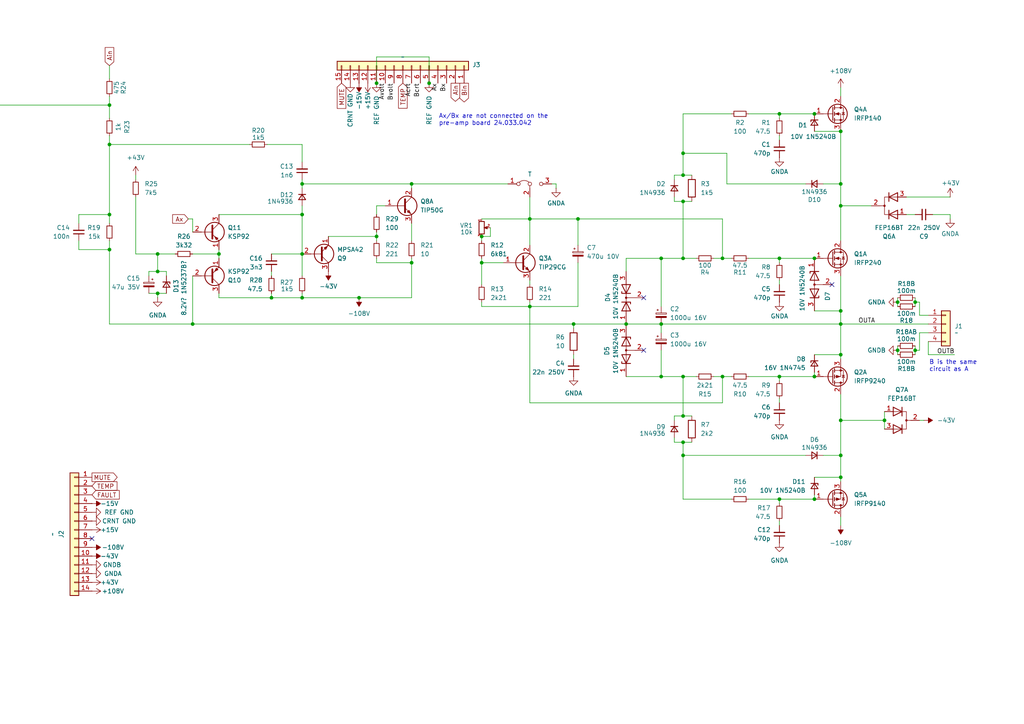
<source format=kicad_sch>
(kicad_sch (version 20250114) (generator "eeschema") (generator_version "9.0")
  (paper "A4")
  (text "Ax/Bx are not connected on the \npre-amp board 24.033.042" (at 127.254 34.798 0) (effects (font (size 1.27 1.27)) (justify left)))
  (text "B is the same\ncircuit as A" (at 269.494 106.172 0) (effects (font (size 1.27 1.27)) (justify left)))
  (junction (at 226.06 74.93))
  (junction (at 243.84 93.98))
  (junction (at 78.74 86.36))
  (junction (at 191.77 109.22))
  (junction (at 243.84 132.08))
  (junction (at 31.75 72.39))
  (junction (at 260.35 101.6))
  (junction (at 124.46 24.13))
  (junction (at 119.38 76.2))
  (junction (at 265.43 101.6))
  (junction (at 243.84 102.87))
  (junction (at -8.89 57.15))
  (junction (at 109.22 24.13))
  (junction (at -8.89 52.07))
  (junction (at 265.43 87.63))
  (junction (at -8.89 74.93))
  (junction (at 243.84 90.17))
  (junction (at 191.77 74.93))
  (junction (at 167.64 63.5))
  (junction (at 243.84 121.92))
  (junction (at 198.12 58.42))
  (junction (at 243.84 138.43))
  (junction (at 181.61 93.98))
  (junction (at 139.7 68.58))
  (junction (at 198.12 50.8))
  (junction (at 243.84 59.69))
  (junction (at 236.22 144.78))
  (junction (at 226.06 109.22))
  (junction (at 198.12 74.93))
  (junction (at 31.75 62.23))
  (junction (at 236.22 33.02))
  (junction (at 109.22 68.58))
  (junction (at 236.22 74.93))
  (junction (at 153.67 88.9))
  (junction (at 236.22 109.22))
  (junction (at 209.55 74.93))
  (junction (at 55.88 93.98))
  (junction (at 226.06 33.02))
  (junction (at 139.7 76.2))
  (junction (at 166.37 93.98))
  (junction (at 198.12 109.22))
  (junction (at 226.06 144.78))
  (junction (at 45.72 85.09))
  (junction (at 243.84 38.1))
  (junction (at 198.12 132.08))
  (junction (at 63.5 73.66))
  (junction (at 153.67 63.5))
  (junction (at 104.14 86.36))
  (junction (at 260.35 87.63))
  (junction (at 45.72 78.74))
  (junction (at 87.63 73.66))
  (junction (at -8.89 72.39))
  (junction (at 31.75 41.91))
  (junction (at 31.75 30.48))
  (junction (at 256.54 121.92))
  (junction (at 198.12 128.27))
  (junction (at 87.63 86.36))
  (junction (at 87.63 62.23))
  (junction (at 87.63 53.34))
  (junction (at 243.84 53.34))
  (junction (at 209.55 109.22))
  (junction (at 45.72 73.66))
  (junction (at 119.38 53.34))
  (junction (at 198.12 120.65))
  (junction (at 191.77 93.98))
  (junction (at 198.12 44.45))
  (no_connect (at 186.69 101.6))
  (no_connect (at 241.3 82.55))
  (no_connect (at 26.67 156.21))
  (no_connect (at 186.69 86.36))
  (wire (pts (xy 139.7 68.58) (xy 139.7 69.85)))
  (wire (pts (xy 198.12 128.27) (xy 200.66 128.27)))
  (wire (pts (xy 210.82 44.45) (xy 210.82 53.34)))
  (wire (pts (xy 195.58 50.8) (xy 198.12 50.8)))
  (wire (pts (xy 31.75 93.98) (xy 55.88 93.98)))
  (wire (pts (xy 161.29 53.34) (xy 160.02 53.34)))
  (wire (pts (xy 275.59 62.23) (xy 275.59 63.5)))
  (wire (pts (xy -19.05 52.07) (xy -15.24 52.07)))
  (wire (pts (xy 22.86 62.23) (xy 22.86 64.77)))
  (wire (pts (xy 243.84 59.69) (xy 243.84 69.85)))
  (wire (pts (xy 243.84 38.1) (xy 236.22 38.1)))
  (wire (pts (xy 236.22 143.51) (xy 236.22 144.78)))
  (wire (pts (xy 119.38 76.2) (xy 119.38 86.36)))
  (wire (pts (xy 266.7 96.52) (xy 269.24 96.52)))
  (wire (pts (xy 119.38 53.34) (xy 119.38 54.61)))
  (wire (pts (xy 109.22 16.51) (xy 109.22 24.13)))
  (wire (pts (xy 267.97 121.92) (xy 266.7 121.92)))
  (wire (pts (xy 167.64 76.2) (xy 167.64 88.9)))
  (wire (pts (xy 63.5 85.09) (xy 63.5 86.36)))
  (wire (pts (xy 31.75 62.23) (xy 31.75 64.77)))
  (wire (pts (xy 243.84 93.98) (xy 269.24 93.98)))
  (wire (pts (xy 236.22 138.43) (xy 243.84 138.43)))
  (wire (pts (xy 55.88 80.01) (xy 55.88 93.98)))
  (wire (pts (xy 198.12 50.8) (xy 200.66 50.8)))
  (wire (pts (xy 198.12 109.22) (xy 201.93 109.22)))
  (wire (pts (xy 181.61 74.93) (xy 181.61 78.74)))
  (wire (pts (xy 243.84 80.01) (xy 243.84 90.17)))
  (wire (pts (xy 243.84 121.92) (xy 256.54 121.92)))
  (wire (pts (xy 209.55 74.93) (xy 212.09 74.93)))
  (wire (pts (xy 265.43 100.33) (xy 265.43 101.6)))
  (wire (pts (xy 226.06 144.78) (xy 236.22 144.78)))
  (wire (pts (xy 31.75 19.05) (xy 31.75 22.86)))
  (wire (pts (xy 243.84 25.4) (xy 243.84 27.94)))
  (wire (pts (xy -8.89 40.64) (xy -8.89 52.07)))
  (wire (pts (xy 210.82 53.34) (xy 233.68 53.34)))
  (wire (pts (xy 243.84 138.43) (xy 243.84 139.7)))
  (wire (pts (xy 243.84 53.34) (xy 243.84 59.69)))
  (wire (pts (xy 87.63 62.23) (xy 87.63 59.69)))
  (wire (pts (xy 63.5 72.39) (xy 63.5 73.66)))
  (wire (pts (xy 87.63 62.23) (xy 87.63 73.66)))
  (wire (pts (xy 181.61 93.98) (xy 191.77 93.98)))
  (wire (pts (xy 45.72 78.74) (xy 48.26 78.74)))
  (wire (pts (xy 124.46 16.51) (xy 124.46 24.13)))
  (wire (pts (xy 209.55 109.22) (xy 207.01 109.22)))
  (wire (pts (xy 55.88 73.66) (xy 63.5 73.66)))
  (wire (pts (xy 243.84 152.4) (xy 243.84 149.86)))
  (wire (pts (xy -10.16 74.93) (xy -8.89 74.93)))
  (wire (pts (xy 260.35 101.6) (xy 260.35 102.87)))
  (wire (pts (xy 87.63 46.99) (xy 87.63 41.91)))
  (wire (pts (xy 209.55 74.93) (xy 209.55 63.5)))
  (wire (pts (xy 48.26 78.74) (xy 48.26 80.01)))
  (wire (pts (xy 109.22 59.69) (xy 111.76 59.69)))
  (wire (pts (xy -8.89 52.07) (xy -8.89 57.15)))
  (wire (pts (xy 256.54 124.46) (xy 256.54 121.92)))
  (wire (pts (xy 31.75 41.91) (xy 31.75 62.23)))
  (wire (pts (xy 87.63 53.34) (xy 87.63 54.61)))
  (wire (pts (xy 191.77 109.22) (xy 198.12 109.22)))
  (wire (pts (xy 198.12 144.78) (xy 198.12 132.08)))
  (wire (pts (xy 153.67 57.15) (xy 153.67 63.5)))
  (wire (pts (xy 87.63 85.09) (xy 87.63 86.36)))
  (wire (pts (xy 266.7 91.44) (xy 269.24 91.44)))
  (wire (pts (xy 265.43 86.36) (xy 265.43 87.63)))
  (wire (pts (xy 270.51 62.23) (xy 275.59 62.23)))
  (wire (pts (xy -8.89 72.39) (xy -8.89 74.93)))
  (wire (pts (xy 95.25 68.58) (xy 109.22 68.58)))
  (wire (pts (xy 31.75 41.91) (xy 72.39 41.91)))
  (wire (pts (xy 217.17 109.22) (xy 226.06 109.22)))
  (wire (pts (xy 45.72 73.66) (xy 45.72 78.74)))
  (wire (pts (xy 119.38 53.34) (xy 147.32 53.34)))
  (wire (pts (xy 78.74 78.74) (xy 78.74 80.01)))
  (wire (pts (xy 109.22 76.2) (xy 119.38 76.2)))
  (wire (pts (xy -19.05 151.13) (xy -19.05 182.88)))
  (wire (pts (xy 153.67 88.9) (xy 153.67 116.84)))
  (wire (pts (xy 191.77 74.93) (xy 198.12 74.93)))
  (wire (pts (xy 166.37 102.87) (xy 166.37 104.14)))
  (wire (pts (xy 265.43 62.23) (xy 262.89 62.23)))
  (wire (pts (xy 226.06 39.37) (xy 226.06 40.64)))
  (wire (pts (xy 109.22 59.69) (xy 109.22 62.23)))
  (wire (pts (xy 252.73 59.69) (xy 243.84 59.69)))
  (wire (pts (xy 142.24 66.04) (xy 142.24 68.58)))
  (wire (pts (xy 119.38 76.2) (xy 119.38 74.93)))
  (wire (pts (xy 139.7 76.2) (xy 139.7 74.93)))
  (wire (pts (xy 63.5 86.36) (xy 78.74 86.36)))
  (wire (pts (xy 139.7 76.2) (xy 139.7 82.55)))
  (wire (pts (xy 31.75 27.94) (xy 31.75 30.48)))
  (wire (pts (xy 226.06 109.22) (xy 226.06 110.49)))
  (wire (pts (xy 153.67 81.28) (xy 153.67 82.55)))
  (wire (pts (xy 243.84 114.3) (xy 243.84 121.92)))
  (wire (pts (xy 45.72 85.09) (xy 45.72 86.36)))
  (wire (pts (xy -16.51 72.39) (xy -15.24 72.39)))
  (wire (pts (xy 276.86 102.87) (xy 269.24 102.87)))
  (wire (pts (xy -10.16 57.15) (xy -8.89 57.15)))
  (wire (pts (xy 31.75 72.39) (xy 31.75 69.85)))
  (wire (pts (xy 109.22 76.2) (xy 109.22 74.93)))
  (wire (pts (xy 55.88 63.5) (xy 55.88 67.31)))
  (wire (pts (xy 22.86 69.85) (xy 22.86 72.39)))
  (wire (pts (xy 260.35 86.36) (xy 260.35 87.63)))
  (wire (pts (xy 275.59 57.15) (xy 262.89 57.15)))
  (wire (pts (xy 142.24 68.58) (xy 139.7 68.58)))
  (wire (pts (xy 265.43 87.63) (xy 266.7 87.63)))
  (wire (pts (xy -8.89 30.48) (xy -8.89 35.56)))
  (wire (pts (xy 226.06 109.22) (xy 236.22 109.22)))
  (wire (pts (xy 198.12 44.45) (xy 210.82 44.45)))
  (wire (pts (xy 260.35 87.63) (xy 260.35 88.9)))
  (wire (pts (xy 217.17 33.02) (xy 226.06 33.02)))
  (wire (pts (xy 191.77 74.93) (xy 191.77 88.9)))
  (wire (pts (xy 39.37 50.8) (xy 39.37 52.07)))
  (wire (pts (xy 87.63 52.07) (xy 87.63 53.34)))
  (wire (pts (xy 200.66 58.42) (xy 198.12 58.42)))
  (wire (pts (xy 198.12 128.27) (xy 198.12 132.08)))
  (wire (pts (xy 265.43 87.63) (xy 265.43 88.9)))
  (wire (pts (xy 181.61 93.98) (xy 166.37 93.98)))
  (wire (pts (xy 198.12 132.08) (xy 233.68 132.08)))
  (wire (pts (xy 209.55 109.22) (xy 209.55 116.84)))
  (wire (pts (xy 161.29 53.34) (xy 161.29 54.61)))
  (wire (pts (xy 63.5 73.66) (xy 63.5 74.93)))
  (wire (pts (xy 191.77 96.52) (xy 191.77 93.98)))
  (wire (pts (xy -10.16 72.39) (xy -8.89 72.39)))
  (wire (pts (xy 198.12 44.45) (xy 198.12 50.8)))
  (wire (pts (xy 209.55 109.22) (xy 212.09 109.22)))
  (wire (pts (xy 167.64 63.5) (xy 167.64 71.12)))
  (wire (pts (xy 238.76 53.34) (xy 243.84 53.34)))
  (wire (pts (xy 217.17 144.78) (xy 226.06 144.78)))
  (wire (pts (xy 43.18 80.01) (xy 43.18 78.74)))
  (wire (pts (xy -8.89 74.93) (xy -8.89 151.13)))
  (wire (pts (xy 236.22 90.17) (xy 243.84 90.17)))
  (wire (pts (xy 181.61 74.93) (xy 191.77 74.93)))
  (wire (pts (xy 238.76 132.08) (xy 243.84 132.08)))
  (wire (pts (xy 78.74 85.09) (xy 78.74 86.36)))
  (wire (pts (xy -19.05 57.15) (xy -15.24 57.15)))
  (wire (pts (xy 195.58 120.65) (xy 198.12 120.65)))
  (wire (pts (xy 226.06 146.05) (xy 226.06 144.78)))
  (wire (pts (xy 236.22 107.95) (xy 236.22 109.22)))
  (wire (pts (xy 45.72 73.66) (xy 50.8 73.66)))
  (wire (pts (xy 153.67 116.84) (xy 209.55 116.84)))
  (wire (pts (xy 139.7 63.5) (xy 153.67 63.5)))
  (wire (pts (xy -16.51 74.93) (xy -15.24 74.93)))
  (wire (pts (xy 153.67 63.5) (xy 153.67 71.12)))
  (wire (pts (xy 236.22 102.87) (xy 243.84 102.87)))
  (wire (pts (xy 266.7 101.6) (xy 266.7 96.52)))
  (wire (pts (xy 78.74 73.66) (xy 87.63 73.66)))
  (wire (pts (xy 198.12 33.02) (xy 212.09 33.02)))
  (wire (pts (xy 109.22 68.58) (xy 109.22 69.85)))
  (wire (pts (xy 181.61 109.22) (xy 191.77 109.22)))
  (wire (pts (xy -8.89 57.15) (xy -8.89 72.39)))
  (wire (pts (xy 43.18 78.74) (xy 45.72 78.74)))
  (wire (pts (xy 87.63 86.36) (xy 78.74 86.36)))
  (wire (pts (xy 139.7 88.9) (xy 153.67 88.9)))
  (wire (pts (xy 55.88 93.98) (xy 166.37 93.98)))
  (wire (pts (xy 217.17 74.93) (xy 226.06 74.93)))
  (wire (pts (xy 195.58 121.92) (xy 195.58 120.65)))
  (wire (pts (xy -10.16 52.07) (xy -8.89 52.07)))
  (wire (pts (xy 265.43 101.6) (xy 266.7 101.6)))
  (wire (pts (xy 54.61 63.5) (xy 55.88 63.5)))
  (wire (pts (xy 22.86 72.39) (xy 31.75 72.39)))
  (wire (pts (xy 87.63 53.34) (xy 119.38 53.34)))
  (wire (pts (xy -8.89 30.48) (xy 31.75 30.48)))
  (wire (pts (xy 269.24 102.87) (xy 269.24 99.06)))
  (wire (pts (xy 31.75 30.48) (xy 31.75 34.29)))
  (wire (pts (xy 265.43 101.6) (xy 265.43 102.87)))
  (wire (pts (xy 260.35 100.33) (xy 260.35 101.6)))
  (wire (pts (xy 31.75 72.39) (xy 31.75 93.98)))
  (wire (pts (xy 139.7 76.2) (xy 146.05 76.2)))
  (wire (pts (xy 39.37 57.15) (xy 39.37 73.66)))
  (wire (pts (xy 198.12 58.42) (xy 198.12 74.93)))
  (wire (pts (xy 153.67 88.9) (xy 153.67 87.63)))
  (wire (pts (xy 207.01 74.93) (xy 209.55 74.93)))
  (wire (pts (xy 195.58 52.07) (xy 195.58 50.8)))
  (wire (pts (xy 22.86 62.23) (xy 31.75 62.23)))
  (wire (pts (xy 195.58 128.27) (xy 198.12 128.27)))
  (wire (pts (xy 87.63 86.36) (xy 104.14 86.36)))
  (wire (pts (xy 226.06 76.2) (xy 226.06 74.93)))
  (wire (pts (xy 104.14 86.36) (xy 119.38 86.36)))
  (wire (pts (xy 191.77 93.98) (xy 243.84 93.98)))
  (wire (pts (xy 119.38 69.85) (xy 119.38 64.77)))
  (wire (pts (xy 198.12 74.93) (xy 201.93 74.93)))
  (wire (pts (xy 45.72 85.09) (xy 48.26 85.09)))
  (wire (pts (xy 39.37 73.66) (xy 45.72 73.66)))
  (wire (pts (xy 243.84 104.14) (xy 243.84 102.87)))
  (wire (pts (xy 109.22 16.51) (xy 124.46 16.51)))
  (wire (pts (xy 153.67 63.5) (xy 167.64 63.5)))
  (wire (pts (xy 43.18 85.09) (xy 45.72 85.09)))
  (wire (pts (xy 226.06 33.02) (xy 236.22 33.02)))
  (wire (pts (xy 63.5 62.23) (xy 87.63 62.23)))
  (wire (pts (xy 195.58 58.42) (xy 195.58 57.15)))
  (wire (pts (xy 212.09 144.78) (xy 198.12 144.78)))
  (wire (pts (xy 191.77 101.6) (xy 191.77 109.22)))
  (wire (pts (xy 243.84 132.08) (xy 243.84 121.92)))
  (wire (pts (xy 139.7 88.9) (xy 139.7 87.63)))
  (wire (pts (xy 166.37 93.98) (xy 166.37 95.25)))
  (wire (pts (xy 243.84 90.17) (xy 243.84 93.98)))
  (wire (pts (xy 198.12 33.02) (xy 198.12 44.45)))
  (wire (pts (xy 226.06 115.57) (xy 226.06 116.84)))
  (wire (pts (xy 226.06 74.93) (xy 236.22 74.93)))
  (wire (pts (xy 226.06 34.29) (xy 226.06 33.02)))
  (wire (pts (xy 243.84 132.08) (xy 243.84 138.43)))
  (wire (pts (xy 153.67 88.9) (xy 167.64 88.9)))
  (wire (pts (xy 266.7 87.63) (xy 266.7 91.44)))
  (wire (pts (xy 31.75 39.37) (xy 31.75 41.91)))
  (wire (pts (xy 243.84 38.1) (xy 243.84 53.34)))
  (wire (pts (xy 226.06 81.28) (xy 226.06 82.55)))
  (wire (pts (xy -19.05 182.88) (xy -16.51 182.88)))
  (wire (pts (xy 243.84 93.98) (xy 243.84 102.87)))
  (wire (pts (xy 198.12 120.65) (xy 200.66 120.65)))
  (wire (pts (xy 226.06 152.4) (xy 226.06 151.13)))
  (wire (pts (xy 87.63 73.66) (xy 87.63 80.01)))
  (wire (pts (xy 167.64 63.5) (xy 209.55 63.5)))
  (wire (pts (xy 87.63 41.91) (xy 77.47 41.91)))
  (wire (pts (xy 109.22 67.31) (xy 109.22 68.58)))
  (wire (pts (xy -8.89 151.13) (xy -19.05 151.13)))
  (wire (pts (xy 198.12 109.22) (xy 198.12 120.65)))
  (wire (pts (xy 195.58 58.42) (xy 198.12 58.42)))
  (wire (pts (xy 256.54 121.92) (xy 256.54 119.38)))
  (wire (pts (xy 195.58 127) (xy 195.58 128.27)))
  (label "OUTA" (at 248.92 93.98 0))
  (label "Bvolt" (at 114.3 24.13 270))
  (label "Bcrt" (at 121.92 24.13 270))
  (label "Avolt" (at 111.76 24.13 270))
  (label "OUTB" (at 276.86 102.87 180))
  (label "Ax" (at 127 24.13 270))
  (label "Bx" (at 129.54 24.13 270))
  (label "Acrt" (at 119.38 24.13 270))
  (global_label "FAULT" (shape input) (at 26.67 143.51 0) (property "Intersheetrefs" "${INTERSHEET_REFS}" (effects (hide yes))))
  (global_label "Ax" (shape input) (at -16.51 72.39 180) (property "Intersheetrefs" "${INTERSHEET_REFS}" (effects (hide yes))))
  (global_label "TEMP" (shape input) (at 26.67 140.97 0) (property "Intersheetrefs" "${INTERSHEET_REFS}" (effects (hide yes))))
  (global_label "MUTE" (shape input) (at 99.06 24.13 270) (property "Intersheetrefs" "${INTERSHEET_REFS}" (effects (hide yes))))
  (global_label "Bin" (shape output) (at 134.62 24.13 270) (property "Intersheetrefs" "${INTERSHEET_REFS}" (effects (hide yes))))
  (global_label "TEMP" (shape input) (at 116.84 24.13 270) (property "Intersheetrefs" "${INTERSHEET_REFS}" (effects (hide yes))))
  (global_label "Ain" (shape output) (at 132.08 24.13 270) (property "Intersheetrefs" "${INTERSHEET_REFS}" (effects (hide yes))))
  (global_label "MUTE" (shape output) (at 26.67 138.43 0) (property "Intersheetrefs" "${INTERSHEET_REFS}" (effects (hide yes))))
  (global_label "Ax" (shape input) (at 54.61 63.5 180) (property "Intersheetrefs" "${INTERSHEET_REFS}" (effects (hide yes))))
  (global_label "Ain" (shape input) (at 31.75 19.05 90) (property "Intersheetrefs" "${INTERSHEET_REFS}" (effects (hide yes))))
  (global_label "Bx" (shape input) (at -16.51 74.93 180) (property "Intersheetrefs" "${INTERSHEET_REFS}" (effects (hide yes))))
  (symbol (lib_id "power:-15V") (at 95.25 78.74 180) (unit 1)
    (property "Reference" "#PWR032" (effects (hide yes)))
    (property "Value" "-43V" (at 95.25 83.058 0))
    (property "Description" "Power symbol creates a global label with name \"-15V\"" (effects (hide yes)))
  )
  (symbol (lib_id "power:+15V") (at 106.68 24.13 180) (unit 1)
    (property "Reference" "#PWR013" (effects (hide yes)))
    (property "Value" "+15V" (at 106.68 29.21 90))
    (property "Description" "Power symbol creates a global label with name \"+15V\"" (effects (hide yes)))
  )
  (symbol (lib_id "Comparator:LM339") (at -12.7 266.7 0) (unit 4)
    (property "Reference" "U3" (at -12.7 256.54 0))
    (property "Value" "LM339" (at -12.7 259.08 0))
    (property "Datasheet" "https://www.st.com/resource/en/datasheet/lm139.pdf" (effects (hide yes)))
    (property "Description" "Quad Differential Comparators, SOIC-14/TSSOP-14" (effects (hide yes)))
  )
  (symbol (lib_id "Connector_Generic:Conn_01x04") (at 274.32 93.98 0) (unit 1)
    (property "Reference" "J1" (at 276.86 94.6149 0) (effects (justify left)))
    (property "Value" "~" (at 276.86 96.52 0) (effects (justify left)))
    (property "Description" "Generic connector, single row, 01x04, script generated (kicad-library-utils/schlib/autogen/connector/)" (effects (hide yes)))
  )
  (symbol (lib_id "Device:C_Small") (at 87.63 49.53 0) (mirror x) (unit 1)
    (property "Reference" "C13" (at 85.09 48.2535 0) (effects (justify right)))
    (property "Value" "1n6" (at 85.09 50.7935 0) (effects (justify right)))
    (property "Description" "Unpolarized capacitor, small symbol" (effects (hide yes)))
  )
  (symbol (lib_id "Device:R") (at 200.66 124.46 180) (unit 1)
    (property "Reference" "R7" (at 203.2 123.1899 0) (effects (justify right)))
    (property "Value" "2k2" (at 203.2 125.7299 0) (effects (justify right)))
    (property "Description" "Resistor" (effects (hide yes)))
  )
  (symbol (lib_id "Device:R_Small") (at 262.89 102.87 90) (mirror x) (unit 1)
    (property "Reference" "R18B" (at 262.89 106.934 90))
    (property "Value" "100m" (at 262.89 104.902 90))
    (property "Description" "Resistor, small symbol" (effects (hide yes)))
  )
  (symbol (lib_id "Device:C_Small") (at 166.37 106.68 0) (mirror x) (unit 1)
    (property "Reference" "C4" (at 163.83 105.4035 0) (effects (justify right)))
    (property "Value" "22n 250V" (at 163.83 107.9435 0) (effects (justify right)))
    (property "Description" "Unpolarized capacitor, small symbol" (effects (hide yes)))
  )
  (symbol (lib_id "Transistor_BJT:Q_NPN_EBC") (at 92.71 73.66 0) (mirror x) (unit 1)
    (property "Reference" "Q9" (at 97.79 74.9301 0) (effects (justify left)))
    (property "Value" "MPSA42" (at 97.79 72.3901 0) (effects (justify left)))
    (property "Description" "NPN transistor, emitter/base/collector" (effects (hide yes)))
  )
  (symbol (lib_id "Device:C_Small") (at -12.7 105.41 270) (mirror x) (unit 1)
    (property "Reference" "C24" (at -12.7064 99.06 90))
    (property "Value" "1u" (at -12.7064 101.6 90))
    (property "Description" "Unpolarized capacitor, small symbol" (effects (hide yes)))
  )
  (symbol (lib_id "Device:C_Small") (at -20.32 119.38 270) (mirror x) (unit 1)
    (property "Reference" "C21" (at -20.3264 113.03 90))
    (property "Value" "100n" (at -20.3264 115.57 90))
    (property "Description" "Unpolarized capacitor, small symbol" (effects (hide yes)))
  )
  (symbol (lib_id "power:GNDA") (at 260.35 87.63 270) (unit 1)
    (property "Reference" "#PWR011" (effects (hide yes)))
    (property "Value" "GNDA" (at 254.254 87.63 90))
    (property "Description" "Power symbol creates a global label with name \"GNDA\" , analog ground" (effects (hide yes)))
  )
  (symbol (lib_id "Device:C_Small") (at 22.86 67.31 0) (mirror x) (unit 1)
    (property "Reference" "C14" (at 20.32 66.0335 0) (effects (justify right)))
    (property "Value" "100n" (at 20.32 68.5735 0) (effects (justify right)))
    (property "Description" "Unpolarized capacitor, small symbol" (effects (hide yes)))
  )
  (symbol (lib_id "Device:R_Small") (at 262.89 100.33 270) (mirror x) (unit 1)
    (property "Reference" "R18AB" (at 262.89 96.266 90))
    (property "Value" "100m" (at 262.89 98.298 90))
    (property "Description" "Resistor, small symbol" (effects (hide yes)))
  )
  (symbol (lib_id "Transistor_BJT:Q_NPN_BCE") (at 116.84 59.69 0) (unit 1)
    (property "Reference" "Q8A" (at 121.92 58.4199 0) (effects (justify left)))
    (property "Value" "TIP50G" (at 121.92 60.9599 0) (effects (justify left)))
    (property "Description" "NPN transistor, base/collector/emitter" (effects (hide yes)))
  )
  (symbol (lib_id "Device:D_Zener_Dual_CommonAnode_KAK") (at 236.22 82.55 90) (mirror x) (unit 1)
    (property "Reference" "D7" (at 240.03 84.582 0) (effects (justify left)))
    (property "Value" "10V 1N5240B" (at 232.664 76.962 0) (effects (justify left)))
    (property "Description" "Dual Zener diode, common anode on pin 2" (effects (hide yes)))
  )
  (symbol (lib_id "Connector_Generic:Conn_01x15") (at 116.84 19.05 270) (mirror x) (unit 1)
    (property "Reference" "J3" (at 138.176 18.796 90))
    (property "Value" "~" (at 116.84 16.51 90))
    (property "Description" "Generic connector, single row, 01x15, script generated (kicad-library-utils/schlib/autogen/connector/)" (effects (hide yes)))
  )
  (symbol (lib_id "Device:D_Zener_Dual_CommonCathode_AKA") (at 181.61 86.36 90) (unit 1)
    (property "Reference" "D4" (at 176.276 87.63 0) (effects (justify left)))
    (property "Value" "10V 1N5240B" (at 178.562 92.71 0) (effects (justify left)))
    (property "Description" "Dual Zener diode, common cathode on pin 2" (effects (hide yes)))
  )
  (symbol (lib_id "Device:C_Small") (at 267.97 62.23 270) (unit 1)
    (property "Reference" "C9" (at 267.9637 68.58 90))
    (property "Value" "22n 250V" (at 267.9637 66.04 90))
    (property "Description" "Unpolarized capacitor, small symbol" (effects (hide yes)))
  )
  (symbol (lib_id "Device:R_Small") (at 262.89 86.36 270) (mirror x) (unit 1)
    (property "Reference" "R18B" (at 262.89 82.296 90))
    (property "Value" "100m" (at 262.89 84.328 90))
    (property "Description" "Resistor, small symbol" (effects (hide yes)))
  )
  (symbol (lib_id "power:GNDA") (at 226.06 121.92 0) (mirror y) (unit 1)
    (property "Reference" "#PWR020" (effects (hide yes)))
    (property "Value" "GNDA" (at 226.06 126.746 0))
    (property "Description" "Power symbol creates a global label with name \"GNDA\" , analog ground" (effects (hide yes)))
  )
  (symbol (lib_id "Device:R_Small") (at 78.74 82.55 180) (unit 1)
    (property "Reference" "R28" (at 76.2 81.2799 0) (effects (justify left)))
    (property "Value" "47.5" (at 76.2 83.8199 0) (effects (justify left)))
    (property "Description" "Resistor, small symbol" (effects (hide yes)))
  )
  (symbol (lib_id "Device:R_Small") (at 74.93 41.91 90) (unit 1)
    (property "Reference" "R20" (at 74.93 37.846 90))
    (property "Value" "1k5" (at 74.93 39.878 90))
    (property "Description" "Resistor, small symbol" (effects (hide yes)))
  )
  (symbol (lib_id "Transistor_FET:Q_NMOS_GDS") (at 241.3 33.02 0) (unit 1)
    (property "Reference" "Q4A" (at 247.65 31.7499 0) (effects (justify left)))
    (property "Value" "IRFP140" (at 247.65 34.2899 0) (effects (justify left)))
    (property "Description" "N-MOSFET transistor, gate/drain/source" (effects (hide yes)))
  )
  (symbol (lib_id "Device:C_Small") (at 226.06 119.38 0) (mirror y) (unit 1)
    (property "Reference" "C6" (at 223.52 118.1162 0) (effects (justify left)))
    (property "Value" "470p" (at 223.52 120.6562 0) (effects (justify left)))
    (property "Description" "Unpolarized capacitor, small symbol" (effects (hide yes)))
  )
  (symbol (lib_id "power:-15V") (at 104.14 86.36 180) (unit 1)
    (property "Reference" "#PWR035" (effects (hide yes)))
    (property "Value" "-108V" (at 104.14 90.932 0))
    (property "Description" "Power symbol creates a global label with name \"-15V\"" (effects (hide yes)))
  )
  (symbol (lib_id "Device:D_Dual_CommonCathode_AKA_Parallel") (at 257.81 59.69 180) (unit 1)
    (property "Reference" "Q6A" (at 257.8735 68.58 0))
    (property "Value" "FEP16BT" (at 257.8735 66.04 0))
    (property "Description" "Dual diode, common cathode on pin 1" (effects (hide yes)))
  )
  (symbol (lib_id "power:GNDA") (at 26.67 166.37 90) (unit 1)
    (property "Reference" "#PWR03" (effects (hide yes)))
    (property "Value" "GNDA" (at 32.766 166.37 90))
    (property "Description" "Power symbol creates a global label with name \"GNDA\" , analog ground" (effects (hide yes)))
  )
  (symbol (lib_id "Transistor_BJT:Q_NPN_BCE") (at 151.13 76.2 0) (unit 1)
    (property "Reference" "Q3A" (at 156.21 74.9299 0) (effects (justify left)))
    (property "Value" "TIP29CG" (at 156.21 77.4699 0) (effects (justify left)))
    (property "Description" "NPN transistor, base/collector/emitter" (effects (hide yes)))
  )
  (symbol (lib_id "Device:D_Zener_Dual_CommonAnode_KAK") (at 181.61 101.6 90) (unit 1)
    (property "Reference" "D5" (at 176.022 103.124 0) (effects (justify left)))
    (property "Value" "10V 1N5240B" (at 178.562 108.458 0) (effects (justify left)))
    (property "Description" "Dual Zener diode, common anode on pin 2" (effects (hide yes)))
  )
  (symbol (lib_id "power:GNDA") (at 26.67 151.13 90) (unit 1)
    (property "Reference" "#PWR09" (effects (hide yes)))
    (property "Value" "CRNT GND" (at 34.544 151.13 90))
    (property "Description" "Power symbol creates a global label with name \"GNDA\" , analog ground" (effects (hide yes)))
  )
  (symbol (lib_id "Device:R_Small") (at 153.67 85.09 0) (unit 1)
    (property "Reference" "R14" (at 156.21 83.8199 0) (effects (justify left)))
    (property "Value" "221" (at 156.21 86.3599 0) (effects (justify left)))
    (property "Description" "Resistor, small symbol" (effects (hide yes)))
  )
  (symbol (lib_id "Device:D_Small") (at 195.58 124.46 90) (mirror x) (unit 1)
    (property "Reference" "D9" (at 193.04 123.8249 90) (effects (justify left)))
    (property "Value" "1N4936" (at 193.04 125.73 90) (effects (justify left)))
    (property "Description" "Diode, small symbol" (effects (hide yes)))
    (property "Sim.Device" "D" (effects (hide yes)))
    (property "Sim.Pins" "1=K 2=A" (effects (hide yes)))
  )
  (symbol (lib_id "Comparator:LM339") (at -12.7 214.63 0) (unit 1)
    (property "Reference" "U3" (at -12.7 204.47 0))
    (property "Value" "LM339" (at -12.7 207.01 0))
    (property "Datasheet" "https://www.st.com/resource/en/datasheet/lm139.pdf" (effects (hide yes)))
    (property "Description" "Quad Differential Comparators, SOIC-14/TSSOP-14" (effects (hide yes)))
  )
  (symbol (lib_id "Device:R_Small") (at 226.06 148.59 0) (mirror x) (unit 1)
    (property "Reference" "R17" (at 223.52 147.3199 0) (effects (justify right)))
    (property "Value" "47.5" (at 223.52 149.8599 0) (effects (justify right)))
    (property "Description" "Resistor, small symbol" (effects (hide yes)))
  )
  (symbol (lib_id "Device:D_Zener_Small") (at 48.26 82.55 270) (unit 1)
    (property "Reference" "D13" (at 51.054 81.026 0) (effects (justify left)))
    (property "Value" "8.2V? 1N5237B?" (at 53.34 75.438 0) (effects (justify left)))
    (property "Description" "Zener diode, small symbol" (effects (hide yes)))
  )
  (symbol (lib_id "Device:R_Small") (at 39.37 54.61 0) (mirror x) (unit 1)
    (property "Reference" "R25" (at 41.91 53.3399 0) (effects (justify left)))
    (property "Value" "7k5" (at 41.91 55.8799 0) (effects (justify left)))
    (property "Description" "Resistor, small symbol" (effects (hide yes)))
  )
  (symbol (lib_id "Device:R_Small") (at 226.06 113.03 0) (mirror y) (unit 1)
    (property "Reference" "R9" (at 223.52 111.7599 0) (effects (justify left)))
    (property "Value" "47.5" (at 223.52 114.2999 0) (effects (justify left)))
    (property "Description" "Resistor, small symbol" (effects (hide yes)))
  )
  (symbol (lib_id "Device:R_Small") (at -12.7 74.93 270) (unit 1)
    (property "Reference" "R31B" (at -12.7 78.994 90))
    (property "Value" "R_Small" (at -12.7 76.962 90))
    (property "Description" "Resistor, small symbol" (effects (hide yes)))
  )
  (symbol (lib_id "power:-15V") (at 104.14 24.13 180) (unit 1)
    (property "Reference" "#PWR012" (effects (hide yes)))
    (property "Value" "-15V" (at 104.14 29.21 90))
    (property "Description" "Power symbol creates a global label with name \"-15V\"" (effects (hide yes)))
  )
  (symbol (lib_id "power:+15V") (at 39.37 50.8 0) (unit 1)
    (property "Reference" "#PWR023" (effects (hide yes)))
    (property "Value" "+43V" (at 39.37 45.72 0))
    (property "Description" "Power symbol creates a global label with name \"+15V\"" (effects (hide yes)))
  )
  (symbol (lib_id "Device:C_Small") (at -20.32 87.63 270) (mirror x) (unit 1)
    (property "Reference" "C18" (at -20.3264 81.28 90))
    (property "Value" "1u" (at -20.3264 83.82 90))
    (property "Description" "Unpolarized capacitor, small symbol" (effects (hide yes)))
  )
  (symbol (lib_id "Device:C_Small") (at 78.74 76.2 0) (mirror y) (unit 1)
    (property "Reference" "C16" (at 76.2 74.9362 0) (effects (justify left)))
    (property "Value" "3n3" (at 76.2 77.4762 0) (effects (justify left)))
    (property "Description" "Unpolarized capacitor, small symbol" (effects (hide yes)))
  )
  (symbol (lib_id "power:+15V") (at 243.84 25.4 0) (unit 1)
    (property "Reference" "#PWR018" (effects (hide yes)))
    (property "Value" "+108V" (at 243.84 20.574 0))
    (property "Description" "Power symbol creates a global label with name \"+15V\"" (effects (hide yes)))
  )
  (symbol (lib_id "Transistor_FET:Q_PMOS_GDS") (at 241.3 109.22 0) (mirror x) (unit 1)
    (property "Reference" "Q2A" (at 247.65 107.9499 0) (effects (justify left)))
    (property "Value" "IRFP9240" (at 247.65 110.4899 0) (effects (justify left)))
    (property "Description" "P-MOSFET transistor, gate/drain/source" (effects (hide yes)))
  )
  (symbol (lib_id "Device:R_Small") (at -12.7 72.39 90) (unit 1)
    (property "Reference" "R31" (at -12.7 68.326 90))
    (property "Value" "R_Small" (at -12.7 70.358 90))
    (property "Description" "Resistor, small symbol" (effects (hide yes)))
  )
  (symbol (lib_id "Device:C_Polarized_Small") (at 167.64 73.66 0) (unit 1)
    (property "Reference" "C7" (at 170.18 71.8438 0) (effects (justify left)))
    (property "Value" "470u 10V" (at 170.18 74.3838 0) (effects (justify left)))
    (property "Description" "Polarized capacitor, small symbol" (effects (hide yes)))
  )
  (symbol (lib_id "Device:Opamp_Quad") (at -8.89 185.42 0) (unit 4)
    (property "Reference" "U2" (at -8.89 175.26 0))
    (property "Value" "LF347N" (at -8.89 177.8 0))
    (property "Description" "Quad operational amplifier" (effects (hide yes)))
    (property "Sim.Library" "${KICAD9_SYMBOL_DIR}/Simulation_SPICE.sp" (effects (hide yes)))
    (property "Sim.Name" "kicad_builtin_opamp_quad" (effects (hide yes)))
    (property "Sim.Device" "SUBCKT" (effects (hide yes)))
    (property "Sim.Pins" "1=out1 2=in1- 3=in1+ 4=vcc 5=in2+ 6=in2- 7=out2 8=out3 9=in3- 10=in3+ 11=vee 12=in4+ 13=in4- 14=out4" (effects (hide yes)))
  )
  (symbol (lib_id "Device:R_Small") (at 214.63 109.22 90) (mirror x) (unit 1)
    (property "Reference" "R10" (at 214.63 114.3 90))
    (property "Value" "47.5" (at 214.63 111.76 90))
    (property "Description" "Resistor, small symbol" (effects (hide yes)))
  )
  (symbol (lib_id "Device:D_Zener_Small") (at 236.22 35.56 90) (mirror x) (unit 1)
    (property "Reference" "D1" (at 234.188 36.322 90) (effects (justify left)))
    (property "Value" "10V 1N5240B" (at 242.57 39.624 90) (effects (justify left)))
    (property "Description" "Zener diode, small symbol" (effects (hide yes)))
  )
  (symbol (lib_id "power:GNDA") (at 166.37 109.22 0) (unit 1)
    (property "Reference" "#PWR025" (effects (hide yes)))
    (property "Value" "GNDA" (at 166.37 114.046 0))
    (property "Description" "Power symbol creates a global label with name \"GNDA\" , analog ground" (effects (hide yes)))
  )
  (symbol (lib_id "power:+15V") (at 275.59 57.15 0) (unit 1)
    (property "Reference" "#PWR019" (effects (hide yes)))
    (property "Value" "+43V" (at 273.05 53.086 0) (effects (justify left)))
    (property "Description" "Power symbol creates a global label with name \"+15V\"" (effects (hide yes)))
  )
  (symbol (lib_id "Device:R_Small") (at 204.47 109.22 90) (mirror x) (unit 1)
    (property "Reference" "R15" (at 204.47 114.3 90))
    (property "Value" "2k21" (at 204.47 111.76 90))
    (property "Description" "Resistor, small symbol" (effects (hide yes)))
  )
  (symbol (lib_id "Device:R_Small") (at 31.75 25.4 0) (unit 1)
    (property "Reference" "R24" (at 35.814 25.4 90))
    (property "Value" "475" (at 33.782 25.4 90))
    (property "Description" "Resistor, small symbol" (effects (hide yes)))
  )
  (symbol (lib_id "power:GNDA") (at 161.29 54.61 0) (mirror y) (unit 1)
    (property "Reference" "#PWR026" (effects (hide yes)))
    (property "Value" "GNDA" (at 161.29 58.928 0))
    (property "Description" "Power symbol creates a global label with name \"GNDA\" , analog ground" (effects (hide yes)))
  )
  (symbol (lib_id "power:GNDA") (at 226.06 157.48 0) (mirror y) (unit 1)
    (property "Reference" "#PWR022" (effects (hide yes)))
    (property "Value" "GNDA" (at 226.06 162.56 0))
    (property "Description" "Power symbol creates a global label with name \"GNDA\" , analog ground" (effects (hide yes)))
  )
  (symbol (lib_id "Device:D_Small") (at 87.63 57.15 270) (unit 1)
    (property "Reference" "D12" (at 85.09 56.5149 90) (effects (justify right)))
    (property "Value" "1N4936" (at 85.09 58.42 90) (effects (justify right)))
    (property "Description" "Diode, small symbol" (effects (hide yes)))
    (property "Sim.Device" "D" (effects (hide yes)))
    (property "Sim.Pins" "1=K 2=A" (effects (hide yes)))
  )
  (symbol (lib_id "Comparator:LM339") (at -12.7 231.14 0) (unit 2)
    (property "Reference" "U3" (at -12.7 220.98 0))
    (property "Value" "LM339" (at -12.7 223.52 0))
    (property "Datasheet" "https://www.st.com/resource/en/datasheet/lm139.pdf" (effects (hide yes)))
    (property "Description" "Quad Differential Comparators, SOIC-14/TSSOP-14" (effects (hide yes)))
  )
  (symbol (lib_id "Device:R_Small") (at 31.75 36.83 0) (mirror y) (unit 1)
    (property "Reference" "R23" (at 36.83 36.83 90))
    (property "Value" "1k" (at 34.29 36.83 90))
    (property "Description" "Resistor, small symbol" (effects (hide yes)))
  )
  (symbol (lib_id "Device:R_Small") (at 214.63 74.93 90) (mirror x) (unit 1)
    (property "Reference" "R11" (at 214.63 78.994 90))
    (property "Value" "47.5" (at 214.63 76.962 90))
    (property "Description" "Resistor, small symbol" (effects (hide yes)))
  )
  (symbol (lib_id "power:GNDA") (at 26.67 148.59 90) (unit 1)
    (property "Reference" "#PWR010" (effects (hide yes)))
    (property "Value" "REF GND" (at 34.544 148.59 90))
    (property "Description" "Power symbol creates a global label with name \"GNDA\" , analog ground" (effects (hide yes)))
  )
  (symbol (lib_id "Device:D_Zener_Small") (at 236.22 140.97 270) (unit 1)
    (property "Reference" "D11" (at 233.68 139.6999 90) (effects (justify right)))
    (property "Value" "10V 1N5240B" (at 233.68 142.2399 90) (effects (justify right)))
    (property "Description" "Zener diode, small symbol" (effects (hide yes)))
  )
  (symbol (lib_id "Device:C_Polarized_Small") (at 191.77 99.06 0) (unit 1)
    (property "Reference" "C3" (at 194.31 97.2438 0) (effects (justify left)))
    (property "Value" "1000u 16V" (at 194.31 99.7838 0) (effects (justify left)))
    (property "Description" "Polarized capacitor, small symbol" (effects (hide yes)))
  )
  (symbol (lib_id "power:GNDA") (at 109.22 24.13 0) (mirror y) (unit 1)
    (property "Reference" "#PWR014" (effects (hide yes)))
    (property "Value" "REF GND" (at 109.22 32.004 90))
    (property "Description" "Power symbol creates a global label with name \"GNDA\" , analog ground" (effects (hide yes)))
  )
  (symbol (lib_id "power:-15V") (at 243.84 152.4 180) (unit 1)
    (property "Reference" "#PWR017" (effects (hide yes)))
    (property "Value" "-108V" (at 243.84 157.48 0))
    (property "Description" "Power symbol creates a global label with name \"-15V\"" (effects (hide yes)))
  )
  (symbol (lib_id "Device:R_Small") (at 139.7 72.39 180) (unit 1)
    (property "Reference" "R12" (at 142.24 71.1199 0) (effects (justify right)))
    (property "Value" "6k81" (at 142.24 73.6599 0) (effects (justify right)))
    (property "Description" "Resistor, small symbol" (effects (hide yes)))
  )
  (symbol (lib_id "Device:C_Small") (at 226.06 154.94 0) (mirror x) (unit 1)
    (property "Reference" "C12" (at 223.52 153.6635 0) (effects (justify right)))
    (property "Value" "470p" (at 223.52 156.2035 0) (effects (justify right)))
    (property "Description" "Unpolarized capacitor, small symbol" (effects (hide yes)))
  )
  (symbol (lib_id "Amplifier_Operational:NE5532") (at -59.69 173.99 0) (unit 3)
    (property "Reference" "U1" (at -60.96 172.7199 0) (effects (justify left)))
    (property "Value" "NE5532" (at -60.96 175.2599 0) (effects (justify left)))
    (property "Datasheet" "http://www.ti.com/lit/ds/symlink/ne5532.pdf" (effects (hide yes)))
    (property "Description" "Dual Low-Noise Operational Amplifiers, DIP-8/SOIC-8" (effects (hide yes)))
  )
  (symbol (lib_id "power:+15V") (at 26.67 168.91 270) (unit 1)
    (property "Reference" "#PWR05" (effects (hide yes)))
    (property "Value" "+43V" (at 31.75 168.91 90))
    (property "Description" "Power symbol creates a global label with name \"+15V\"" (effects (hide yes)))
  )
  (symbol (lib_id "Device:C_Small") (at -8.89 38.1 0) (mirror y) (unit 1)
    (property "Reference" "C17" (at -6.35 36.8362 0) (effects (justify right)))
    (property "Value" "1n" (at -6.35 39.3762 0) (effects (justify right)))
    (property "Description" "Unpolarized capacitor, small symbol" (effects (hide yes)))
  )
  (symbol (lib_id "Device:R_Small") (at 139.7 85.09 180) (unit 1)
    (property "Reference" "R13" (at 142.24 83.8199 0) (effects (justify right)))
    (property "Value" "2k21" (at 142.24 86.3599 0) (effects (justify right)))
    (property "Description" "Resistor, small symbol" (effects (hide yes)))
  )
  (symbol (lib_id "Device:R_Small") (at 214.63 33.02 270) (unit 1)
    (property "Reference" "R2" (at 214.63 35.56 90))
    (property "Value" "100" (at 214.63 38.1 90))
    (property "Description" "Resistor, small symbol" (effects (hide yes)))
  )
  (symbol (lib_id "power:GNDA") (at 101.6 24.13 0) (unit 1)
    (property "Reference" "#PWR015" (effects (hide yes)))
    (property "Value" "CRNT GND" (at 101.6 32.004 90))
    (property "Description" "Power symbol creates a global label with name \"GNDA\" , analog ground" (effects (hide yes)))
  )
  (symbol (lib_id "power:+15V") (at 26.67 171.45 270) (unit 1)
    (property "Reference" "#PWR06" (effects (hide yes)))
    (property "Value" "+108V" (at 32.766 171.45 90))
    (property "Description" "Power symbol creates a global label with name \"+15V\"" (effects (hide yes)))
  )
  (symbol (lib_id "Amplifier_Operational:NE5532") (at -72.39 182.88 0) (unit 2)
    (property "Reference" "U1" (at -72.39 172.72 0))
    (property "Value" "NE5532" (at -72.39 175.26 0))
    (property "Datasheet" "http://www.ti.com/lit/ds/symlink/ne5532.pdf" (effects (hide yes)))
    (property "Description" "Dual Low-Noise Operational Amplifiers, DIP-8/SOIC-8" (effects (hide yes)))
  )
  (symbol (lib_id "power:GNDA") (at 26.67 163.83 90) (unit 1)
    (property "Reference" "#PWR04" (effects (hide yes)))
    (property "Value" "GNDB" (at 32.512 163.83 90))
    (property "Description" "Power symbol creates a global label with name \"GNDA\" , analog ground" (effects (hide yes)))
  )
  (symbol (lib_id "Device:R_Small") (at 226.06 78.74 0) (mirror y) (unit 1)
    (property "Reference" "R8" (at 223.52 77.4699 0) (effects (justify left)))
    (property "Value" "47.5" (at 223.52 80.0099 0) (effects (justify left)))
    (property "Description" "Resistor, small symbol" (effects (hide yes)))
  )
  (symbol (lib_id "Device:R_Small") (at 262.89 88.9 90) (mirror x) (unit 1)
    (property "Reference" "R18" (at 262.89 92.964 90))
    (property "Value" "100m" (at 262.89 90.932 90))
    (property "Description" "Resistor, small symbol" (effects (hide yes)))
  )
  (symbol (lib_id "Device:Opamp_Quad") (at -8.89 165.1 0) (unit 3)
    (property "Reference" "U2" (at -8.89 154.94 0))
    (property "Value" "LF347N" (at -8.89 157.48 0))
    (property "Description" "Quad operational amplifier" (effects (hide yes)))
    (property "Sim.Library" "${KICAD9_SYMBOL_DIR}/Simulation_SPICE.sp" (effects (hide yes)))
    (property "Sim.Name" "kicad_builtin_opamp_quad" (effects (hide yes)))
    (property "Sim.Device" "SUBCKT" (effects (hide yes)))
    (property "Sim.Pins" "1=out1 2=in1- 3=in1+ 4=vcc 5=in2+ 6=in2- 7=out2 8=out3 9=in3- 10=in3+ 11=vee 12=in4+ 13=in4- 14=out4" (effects (hide yes)))
  )
  (symbol (lib_id "Device:R_Small") (at 53.34 73.66 270) (mirror x) (unit 1)
    (property "Reference" "R26" (at 53.34 68.58 90))
    (property "Value" "3k32" (at 53.34 71.12 90))
    (property "Description" "Resistor, small symbol" (effects (hide yes)))
  )
  (symbol (lib_id "power:GNDA") (at 226.06 45.72 0) (unit 1)
    (property "Reference" "#PWR027" (effects (hide yes)))
    (property "Value" "GNDA" (at 226.06 49.784 0))
    (property "Description" "Power symbol creates a global label with name \"GNDA\" , analog ground" (effects (hide yes)))
  )
  (symbol (lib_id "power:-15V") (at 26.67 158.75 270) (unit 1)
    (property "Reference" "#PWR08" (effects (hide yes)))
    (property "Value" "-108V" (at 32.766 158.75 90))
    (property "Description" "Power symbol creates a global label with name \"-15V\"" (effects (hide yes)))
  )
  (symbol (lib_id "Jumper:Jumper_3_Bridged12") (at 153.67 53.34 0) (unit 1) (in_bom no)
    (property "Reference" "T" (at 153.67 50.546 0))
    (property "Value" "Jumper_3_Bridged12" (effects (hide yes)))
    (property "Description" "Jumper, 3-pole, pins 1+2 closed/bridged" (effects (hide yes)))
  )
  (symbol (lib_id "Device:C_Small") (at -12.7 52.07 270) (unit 1)
    (property "Reference" "C19" (at -12.7064 45.72 90))
    (property "Value" "100n" (at -12.7064 48.26 90))
    (property "Description" "Unpolarized capacitor, small symbol" (effects (hide yes)))
  )
  (symbol (lib_id "Device:D_Small") (at 236.22 132.08 0) (mirror y) (unit 1)
    (property "Reference" "D6" (at 236.22 127.508 0))
    (property "Value" "1N4936" (at 236.22 129.794 0))
    (property "Description" "Diode, small symbol" (effects (hide yes)))
    (property "Sim.Device" "D" (effects (hide yes)))
    (property "Sim.Pins" "1=K 2=A" (effects (hide yes)))
  )
  (symbol (lib_id "Comparator:LM339") (at -12.7 247.65 0) (unit 3)
    (property "Reference" "U3" (at -12.7 237.49 0))
    (property "Value" "LM339" (at -12.7 240.03 0))
    (property "Datasheet" "https://www.st.com/resource/en/datasheet/lm139.pdf" (effects (hide yes)))
    (property "Description" "Quad Differential Comparators, SOIC-14/TSSOP-14" (effects (hide yes)))
  )
  (symbol (lib_id "Device:Opamp_Quad") (at -27.94 184.15 0) (unit 2)
    (property "Reference" "U2" (at -27.94 173.99 0))
    (property "Value" "LF347N" (at -27.94 176.53 0))
    (property "Description" "Quad operational amplifier" (effects (hide yes)))
    (property "Sim.Library" "${KICAD9_SYMBOL_DIR}/Simulation_SPICE.sp" (effects (hide yes)))
    (property "Sim.Name" "kicad_builtin_opamp_quad" (effects (hide yes)))
    (property "Sim.Device" "SUBCKT" (effects (hide yes)))
    (property "Sim.Pins" "1=out1 2=in1- 3=in1+ 4=vcc 5=in2+ 6=in2- 7=out2 8=out3 9=in3- 10=in3+ 11=vee 12=in4+ 13=in4- 14=out4" (effects (hide yes)))
  )
  (symbol (lib_id "Connector_Generic:Conn_01x14") (at 21.59 153.67 0) (mirror y) (unit 1)
    (property "Reference" "J2" (at 17.78 154.94 90))
    (property "Value" "~" (at 15.24 154.94 90))
    (property "Description" "Generic connector, single row, 01x14, script generated (kicad-library-utils/schlib/autogen/connector/)" (effects (hide yes)))
  )
  (symbol (lib_id "Device:C_Small") (at -20.32 105.41 270) (mirror x) (unit 1)
    (property "Reference" "C23" (at -20.3264 99.06 90))
    (property "Value" "1u" (at -20.3264 101.6 90))
    (property "Description" "Unpolarized capacitor, small symbol" (effects (hide yes)))
  )
  (symbol (lib_id "Transistor_BJT:Q_PNP_EBC") (at 60.96 67.31 0) (unit 1)
    (property "Reference" "Q11" (at 66.04 66.0399 0) (effects (justify left)))
    (property "Value" "KSP92" (at 66.04 68.5799 0) (effects (justify left)))
    (property "Description" "PNP transistor, emitter/base/collector" (effects (hide yes)))
  )
  (symbol (lib_id "Amplifier_Operational:NE5532") (at -72.39 167.64 0) (unit 1)
    (property "Reference" "U1" (at -72.39 157.48 0))
    (property "Value" "NE5532" (at -72.39 160.02 0))
    (property "Datasheet" "http://www.ti.com/lit/ds/symlink/ne5532.pdf" (effects (hide yes)))
    (property "Description" "Dual Low-Noise Operational Amplifiers, DIP-8/SOIC-8" (effects (hide yes)))
  )
  (symbol (lib_id "Device:C_Small") (at -12.7 57.15 270) (mirror x) (unit 1)
    (property "Reference" "C20" (at -12.7064 60.96 90))
    (property "Value" "100n" (at -12.7064 63.5 90))
    (property "Description" "Unpolarized capacitor, small symbol" (effects (hide yes)))
  )
  (symbol (lib_id "power:-15V") (at 267.97 121.92 270) (unit 1)
    (property "Reference" "#PWR021" (effects (hide yes)))
    (property "Value" "-43V" (at 271.78 121.9199 90) (effects (justify left)))
    (property "Description" "Power symbol creates a global label with name \"-15V\"" (effects (hide yes)))
  )
  (symbol (lib_id "Device:R") (at 200.66 54.61 0) (mirror x) (unit 1)
    (property "Reference" "R3" (at 203.2 53.3399 0) (effects (justify left)))
    (property "Value" "1k5" (at 203.2 55.8799 0) (effects (justify left)))
    (property "Description" "Resistor" (effects (hide yes)))
  )
  (symbol (lib_id "power:-15V") (at -19.05 57.15 180) (unit 1)
    (property "Reference" "#PWR030" (effects (hide yes)))
    (property "Value" "-15V" (at -19.05 62.23 0))
    (property "Description" "Power symbol creates a global label with name \"-15V\"" (effects (hide yes)))
  )
  (symbol (lib_id "Device:R_Small") (at 204.47 74.93 90) (mirror x) (unit 1)
    (property "Reference" "R4" (at 204.47 78.994 90))
    (property "Value" "100" (at 204.47 76.962 90))
    (property "Description" "Resistor, small symbol" (effects (hide yes)))
  )
  (symbol (lib_id "power:+15V") (at 26.67 153.67 270) (unit 1)
    (property "Reference" "#PWR02" (effects (hide yes)))
    (property "Value" "+15V" (at 31.75 153.67 90))
    (property "Description" "Power symbol creates a global label with name \"+15V\"" (effects (hide yes)))
  )
  (symbol (lib_id "Device:D_Dual_CommonCathode_AKA_Parallel") (at 261.62 121.92 0) (unit 1)
    (property "Reference" "Q7A" (at 261.5565 113.03 0))
    (property "Value" "FEP16BT" (at 261.5565 115.57 0))
    (property "Description" "Dual diode, common cathode on pin 1" (effects (hide yes)))
  )
  (symbol (lib_id "power:GNDA") (at 124.46 24.13 0) (unit 1)
    (property "Reference" "#PWR016" (effects (hide yes)))
    (property "Value" "REF GND" (at 124.46 32.004 90))
    (property "Description" "Power symbol creates a global label with name \"GNDA\" , analog ground" (effects (hide yes)))
  )
  (symbol (lib_id "Device:Opamp_Quad") (at -17.78 175.26 0) (unit 5)
    (property "Reference" "U2" (at -19.05 173.9899 0) (effects (justify left)))
    (property "Value" "LF347N" (at -19.05 176.5299 0) (effects (justify left)))
    (property "Description" "Quad operational amplifier" (effects (hide yes)))
    (property "Sim.Library" "${KICAD9_SYMBOL_DIR}/Simulation_SPICE.sp" (effects (hide yes)))
    (property "Sim.Name" "kicad_builtin_opamp_quad" (effects (hide yes)))
    (property "Sim.Device" "SUBCKT" (effects (hide yes)))
    (property "Sim.Pins" "1=out1 2=in1- 3=in1+ 4=vcc 5=in2+ 6=in2- 7=out2 8=out3 9=in3- 10=in3+ 11=vee 12=in4+ 13=in4- 14=out4" (effects (hide yes)))
  )
  (symbol (lib_id "Device:R_Small") (at 109.22 64.77 180) (unit 1)
    (property "Reference" "R29" (at 111.76 63.4999 0) (effects (justify right)))
    (property "Value" "100" (at 111.76 66.0399 0) (effects (justify right)))
    (property "Description" "Resistor, small symbol" (effects (hide yes)))
  )
  (symbol (lib_id "Device:R_Small") (at 109.22 72.39 180) (unit 1)
    (property "Reference" "R22" (at 111.76 71.1199 0) (effects (justify right)))
    (property "Value" "221" (at 111.76 73.6599 0) (effects (justify right)))
    (property "Description" "Resistor, small symbol" (effects (hide yes)))
  )
  (symbol (lib_id "Transistor_FET:Q_PMOS_GDS") (at 241.3 144.78 0) (mirror x) (unit 1)
    (property "Reference" "Q5A" (at 247.65 143.5099 0) (effects (justify left)))
    (property "Value" "IRFP9140" (at 247.65 146.0499 0) (effects (justify left)))
    (property "Description" "P-MOSFET transistor, gate/drain/source" (effects (hide yes)))
  )
  (symbol (lib_id "Device:C_Polarized_Small") (at 43.18 82.55 0) (mirror y) (unit 1)
    (property "Reference" "C15" (at 40.64 80.7338 0) (effects (justify left)))
    (property "Value" "47u 35V" (at 40.64 83.2738 0) (effects (justify left)))
    (property "Description" "Polarized capacitor, small symbol" (effects (hide yes)))
  )
  (symbol (lib_id "Device:R_Small") (at 31.75 67.31 0) (unit 1)
    (property "Reference" "R19" (at 29.21 66.0399 0) (effects (justify right)))
    (property "Value" "15k" (at 29.21 68.5799 0) (effects (justify right)))
    (property "Description" "Resistor, small symbol" (effects (hide yes)))
  )
  (symbol (lib_id "Device:R_Potentiometer_Small") (at 139.7 66.04 0) (unit 1)
    (property "Reference" "VR1" (at 137.16 65.4049 0) (effects (justify right)))
    (property "Value" "10k" (at 137.16 67.31 0) (effects (justify right)))
    (property "Description" "Potentiometer" (effects (hide yes)))
  )
  (symbol (lib_id "power:-15V") (at 26.67 146.05 270) (unit 1)
    (property "Reference" "#PWR01" (effects (hide yes)))
    (property "Value" "-15V" (at 31.75 146.05 90))
    (property "Description" "Power symbol creates a global label with name \"-15V\"" (effects (hide yes)))
  )
  (symbol (lib_id "Device:C_Small") (at 226.06 85.09 0) (mirror x) (unit 1)
    (property "Reference" "C5" (at 223.52 83.8135 0) (effects (justify right)))
    (property "Value" "470p" (at 223.52 86.3535 0) (effects (justify right)))
    (property "Description" "Unpolarized capacitor, small symbol" (effects (hide yes)))
  )
  (symbol (lib_id "Device:C_Polarized_Small") (at 191.77 91.44 0) (unit 1)
    (property "Reference" "C2" (at 194.31 89.6238 0) (effects (justify left)))
    (property "Value" "1000u 16V" (at 194.31 92.1638 0) (effects (justify left)))
    (property "Description" "Polarized capacitor, small symbol" (effects (hide yes)))
  )
  (symbol (lib_id "Device:R_Small") (at 119.38 72.39 0) (unit 1)
    (property "Reference" "R21" (at 121.92 71.1199 0) (effects (justify left)))
    (property "Value" "10" (at 121.92 73.6599 0) (effects (justify left)))
    (property "Description" "Resistor, small symbol" (effects (hide yes)))
  )
  (symbol (lib_id "power:GNDA") (at 260.35 101.6 270) (unit 1)
    (property "Reference" "#PWR033" (effects (hide yes)))
    (property "Value" "GNDB" (at 254.254 101.6 90))
    (property "Description" "Power symbol creates a global label with name \"GNDA\" , analog ground" (effects (hide yes)))
  )
  (symbol (lib_id "power:GNDA") (at 275.59 63.5 0) (mirror y) (unit 1)
    (property "Reference" "#PWR024" (effects (hide yes)))
    (property "Value" "GNDA" (at 275.59 67.818 0))
    (property "Description" "Power symbol creates a global label with name \"GNDA\" , analog ground" (effects (hide yes)))
  )
  (symbol (lib_id "Device:C_Small") (at 226.06 43.18 0) (mirror x) (unit 1)
    (property "Reference" "C1" (at 223.52 41.9035 0) (effects (justify right)))
    (property "Value" "470p" (at 223.52 44.4435 0) (effects (justify right)))
    (property "Description" "Unpolarized capacitor, small symbol" (effects (hide yes)))
  )
  (symbol (lib_id "Transistor_BJT:Q_PNP_EBC") (at 60.96 80.01 0) (mirror x) (unit 1)
    (property "Reference" "Q10" (at 66.04 81.2801 0) (effects (justify left)))
    (property "Value" "KSP92" (at 66.04 78.7401 0) (effects (justify left)))
    (property "Description" "PNP transistor, emitter/base/collector" (effects (hide yes)))
  )
  (symbol (lib_id "Transistor_FET:Q_NMOS_GDS") (at 241.3 74.93 0) (unit 1)
    (property "Reference" "Q1A" (at 247.65 73.6599 0) (effects (justify left)))
    (property "Value" "IRFP240" (at 247.65 76.1999 0) (effects (justify left)))
    (property "Description" "N-MOSFET transistor, gate/drain/source" (effects (hide yes)))
  )
  (symbol (lib_id "Device:D_Zener_Small") (at 236.22 105.41 90) (mirror x) (unit 1)
    (property "Reference" "D8" (at 233.68 104.1399 90) (effects (justify left)))
    (property "Value" "16V 1N4745" (at 233.68 106.6799 90) (effects (justify left)))
    (property "Description" "Zener diode, small symbol" (effects (hide yes)))
  )
  (symbol (lib_id "Device:C_Small") (at -12.7 119.38 270) (mirror x) (unit 1)
    (property "Reference" "C22" (at -12.7064 113.03 90))
    (property "Value" "100n" (at -12.7064 115.57 90))
    (property "Description" "Unpolarized capacitor, small symbol" (effects (hide yes)))
  )
  (symbol (lib_id "Comparator:LM339") (at -34.29 242.57 0) (unit 5)
    (property "Reference" "U3" (at -35.56 241.2999 0) (effects (justify left)))
    (property "Value" "LM339" (at -35.56 243.8399 0) (effects (justify left)))
    (property "Datasheet" "https://www.st.com/resource/en/datasheet/lm139.pdf" (effects (hide yes)))
    (property "Description" "Quad Differential Comparators, SOIC-14/TSSOP-14" (effects (hide yes)))
  )
  (symbol (lib_id "Device:D_Small") (at 236.22 53.34 0) (mirror x) (unit 1)
    (property "Reference" "D10" (at 236.22 57.912 0))
    (property "Value" "1N4936" (at 236.22 55.626 0))
    (property "Description" "Diode, small symbol" (effects (hide yes)))
    (property "Sim.Device" "D" (effects (hide yes)))
    (property "Sim.Pins" "1=K 2=A" (effects (hide yes)))
  )
  (symbol (lib_id "Device:R_Small") (at 226.06 36.83 0) (mirror y) (unit 1)
    (property "Reference" "R1" (at 223.52 35.5599 0) (effects (justify left)))
    (property "Value" "47.5" (at 223.52 38.0999 0) (effects (justify left)))
    (property "Description" "Resistor, small symbol" (effects (hide yes)))
  )
  (symbol (lib_id "Device:R") (at 166.37 99.06 0) (mirror x) (unit 1)
    (property "Reference" "R6" (at 163.83 97.7899 0) (effects (justify right)))
    (property "Value" "10" (at 163.83 100.3299 0) (effects (justify right)))
    (property "Description" "Resistor" (effects (hide yes)))
  )
  (symbol (lib_id "power:+15V") (at -19.05 52.07 0) (unit 1)
    (property "Reference" "#PWR031" (effects (hide yes)))
    (property "Value" "+15V" (at -19.05 46.99 0))
    (property "Description" "Power symbol creates a global label with name \"+15V\"" (effects (hide yes)))
  )
  (symbol (lib_id "power:GNDA") (at 45.72 86.36 0) (unit 1)
    (property "Reference" "#PWR028" (effects (hide yes)))
    (property "Value" "GNDA" (at 45.72 91.44 0))
    (property "Description" "Power symbol creates a global label with name \"GNDA\" , analog ground" (effects (hide yes)))
  )
  (symbol (lib_id "Device:D_Small") (at 195.58 54.61 90) (mirror x) (unit 1)
    (property "Reference" "D2" (at 193.04 53.3399 90) (effects (justify left)))
    (property "Value" "1N4936" (at 193.04 55.8799 90) (effects (justify left)))
    (property "Description" "Diode, small symbol" (effects (hide yes)))
    (property "Sim.Device" "D" (effects (hide yes)))
    (property "Sim.Pins" "1=K 2=A" (effects (hide yes)))
  )
  (symbol (lib_id "Device:R_Small") (at 87.63 82.55 0) (unit 1)
    (property "Reference" "R27" (at 85.09 81.9149 0) (effects (justify right)))
    (property "Value" "1k5" (at 85.09 83.82 0) (effects (justify right)))
    (property "Description" "Resistor, small symbol" (effects (hide yes)))
  )
  (symbol (lib_id "power:-15V") (at 26.67 161.29 270) (unit 1)
    (property "Reference" "#PWR07" (effects (hide yes)))
    (property "Value" "-43V" (at 31.75 161.29 90))
    (property "Description" "Power symbol creates a global label with name \"-15V\"" (effects (hide yes)))
  )
  (symbol (lib_id "power:GNDA") (at 226.06 87.63 0) (unit 1)
    (property "Reference" "#PWR029" (effects (hide yes)))
    (property "Value" "GNDA" (at 226.06 91.694 0))
    (property "Description" "Power symbol creates a global label with name \"GNDA\" , analog ground" (effects (hide yes)))
  )
  (symbol (lib_id "Device:R_Small") (at 214.63 144.78 270) (unit 1)
    (property "Reference" "R16" (at 214.63 139.7 90))
    (property "Value" "100" (at 214.63 142.24 90))
    (property "Description" "Resistor, small symbol" (effects (hide yes)))
  )
  (symbol (lib_id "Device:Opamp_Quad") (at -27.94 165.1 0) (unit 1)
    (property "Reference" "U2" (at -27.94 154.94 0))
    (property "Value" "LF347N" (at -27.94 157.48 0))
    (property "Description" "Quad operational amplifier" (effects (hide yes)))
    (property "Sim.Library" "${KICAD9_SYMBOL_DIR}/Simulation_SPICE.sp" (effects (hide yes)))
    (property "Sim.Name" "kicad_builtin_opamp_quad" (effects (hide yes)))
    (property "Sim.Device" "SUBCKT" (effects (hide yes)))
    (property "Sim.Pins" "1=out1 2=in1- 3=in1+ 4=vcc 5=in2+ 6=in2- 7=out2 8=out3 9=in3- 10=in3+ 11=vee 12=in4+ 13=in4- 14=out4" (effects (hide yes)))
  )
)
</source>
